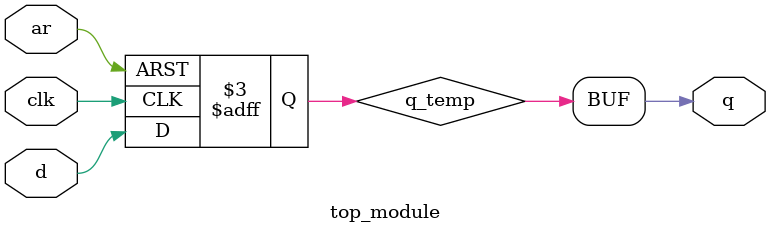
<source format=sv>
module top_module (
    input clk,
    input d,
    input ar,
    output logic q
);

// Internal signal to store the flip flop output
logic q_temp;

always_ff @(posedge clk, negedge ar) begin
    if (~ar) begin
        q_temp <= 0; // Reset
    end else begin
        q_temp <= d; // Store the input on the rising edge of the clock
    end
end

assign q = q_temp;

endmodule

</source>
